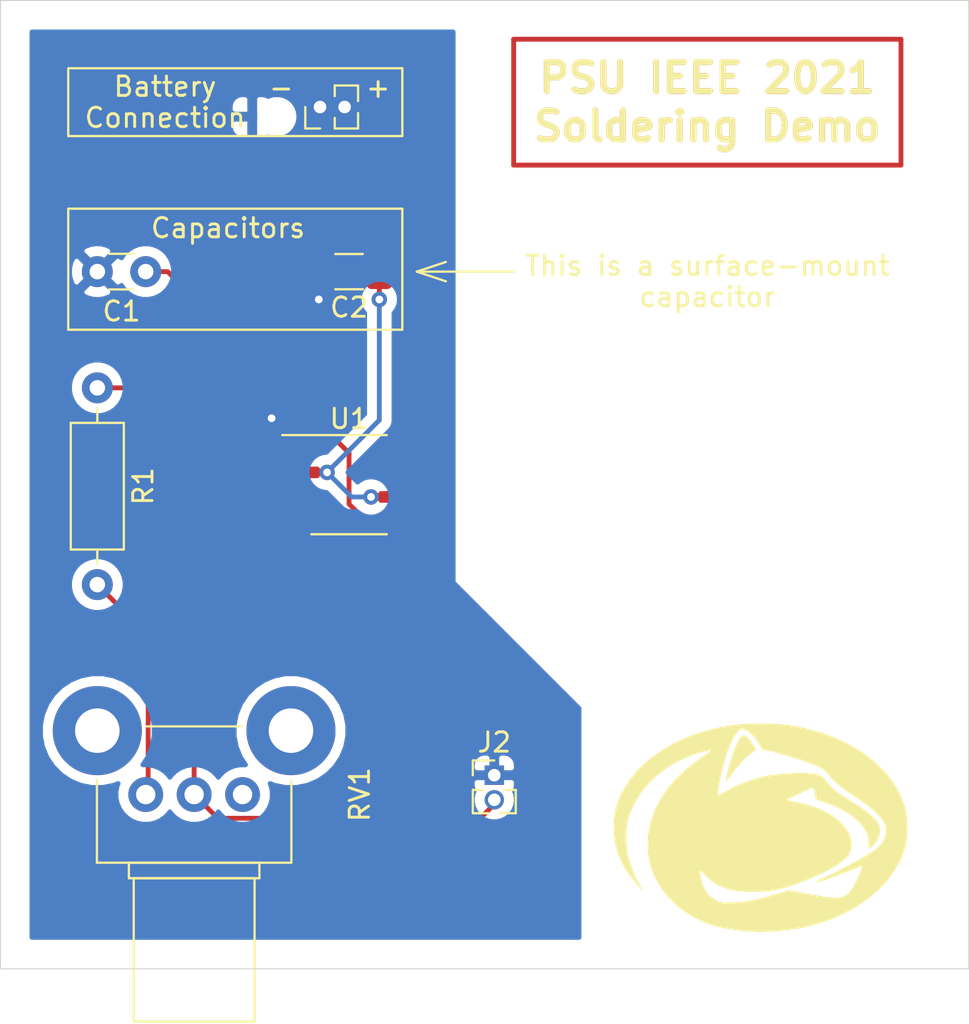
<source format=kicad_pcb>
(kicad_pcb (version 20171130) (host pcbnew "(5.1.9)-1")

  (general
    (thickness 1.6)
    (drawings 24)
    (tracks 53)
    (zones 0)
    (modules 8)
    (nets 9)
  )

  (page A4)
  (layers
    (0 F.Cu signal)
    (31 B.Cu signal)
    (32 B.Adhes user)
    (33 F.Adhes user)
    (34 B.Paste user)
    (35 F.Paste user)
    (36 B.SilkS user)
    (37 F.SilkS user)
    (38 B.Mask user)
    (39 F.Mask user)
    (40 Dwgs.User user)
    (41 Cmts.User user)
    (42 Eco1.User user)
    (43 Eco2.User user)
    (44 Edge.Cuts user)
    (45 Margin user)
    (46 B.CrtYd user)
    (47 F.CrtYd user)
    (48 B.Fab user)
    (49 F.Fab user)
  )

  (setup
    (last_trace_width 0.25)
    (user_trace_width 0.254)
    (trace_clearance 0.2)
    (zone_clearance 0.508)
    (zone_45_only no)
    (trace_min 0.2)
    (via_size 0.8)
    (via_drill 0.4)
    (via_min_size 0.4)
    (via_min_drill 0.3)
    (uvia_size 0.3)
    (uvia_drill 0.1)
    (uvias_allowed no)
    (uvia_min_size 0.2)
    (uvia_min_drill 0.1)
    (edge_width 0.05)
    (segment_width 0.2)
    (pcb_text_width 0.3)
    (pcb_text_size 1.5 1.5)
    (mod_edge_width 0.12)
    (mod_text_size 1 1)
    (mod_text_width 0.15)
    (pad_size 1.524 1.524)
    (pad_drill 0.762)
    (pad_to_mask_clearance 0)
    (aux_axis_origin 0 0)
    (visible_elements 7FFFFFFF)
    (pcbplotparams
      (layerselection 0x010fc_ffffffff)
      (usegerberextensions false)
      (usegerberattributes true)
      (usegerberadvancedattributes true)
      (creategerberjobfile true)
      (excludeedgelayer true)
      (linewidth 0.100000)
      (plotframeref false)
      (viasonmask false)
      (mode 1)
      (useauxorigin false)
      (hpglpennumber 1)
      (hpglpenspeed 20)
      (hpglpendiameter 15.000000)
      (psnegative false)
      (psa4output false)
      (plotreference true)
      (plotvalue true)
      (plotinvisibletext false)
      (padsonsilk false)
      (subtractmaskfromsilk false)
      (outputformat 1)
      (mirror false)
      (drillshape 0)
      (scaleselection 1)
      (outputdirectory "Soldering-Test-Gerbers/"))
  )

  (net 0 "")
  (net 1 GND)
  (net 2 "Net-(C1-Pad1)")
  (net 3 Trigger)
  (net 4 /Output)
  (net 5 "Net-(R1-Pad2)")
  (net 6 "Net-(RV1-Pad3)")
  (net 7 "Net-(U1-Pad7)")
  (net 8 /VCC)

  (net_class Default "This is the default net class."
    (clearance 0.2)
    (trace_width 0.25)
    (via_dia 0.8)
    (via_drill 0.4)
    (uvia_dia 0.3)
    (uvia_drill 0.1)
    (add_net /Output)
    (add_net /VCC)
    (add_net GND)
    (add_net "Net-(C1-Pad1)")
    (add_net "Net-(R1-Pad2)")
    (add_net "Net-(RV1-Pad3)")
    (add_net "Net-(U1-Pad7)")
    (add_net Trigger)
  )

  (module Connector_PinHeader_1.27mm:PinHeader_1x02_P1.27mm_Vertical (layer F.Cu) (tedit 59FED6E3) (tstamp 611B550E)
    (at 116.5 55.5 90)
    (descr "Through hole straight pin header, 1x02, 1.27mm pitch, single row")
    (tags "Through hole pin header THT 1x02 1.27mm single row")
    (path /6119E1AF)
    (fp_text reference J1 (at -1 -2 180) (layer F.SilkS) hide
      (effects (font (size 1 1) (thickness 0.15)))
    )
    (fp_text value BatteryTerminal (at 2.5 0.5 180) (layer F.Fab)
      (effects (font (size 1 1) (thickness 0.15)))
    )
    (fp_line (start -0.525 -0.635) (end 1.05 -0.635) (layer F.Fab) (width 0.1))
    (fp_line (start 1.05 -0.635) (end 1.05 1.905) (layer F.Fab) (width 0.1))
    (fp_line (start 1.05 1.905) (end -1.05 1.905) (layer F.Fab) (width 0.1))
    (fp_line (start -1.05 1.905) (end -1.05 -0.11) (layer F.Fab) (width 0.1))
    (fp_line (start -1.05 -0.11) (end -0.525 -0.635) (layer F.Fab) (width 0.1))
    (fp_line (start -1.11 1.965) (end -0.30753 1.965) (layer F.SilkS) (width 0.12))
    (fp_line (start 0.30753 1.965) (end 1.11 1.965) (layer F.SilkS) (width 0.12))
    (fp_line (start -1.11 0.76) (end -1.11 1.965) (layer F.SilkS) (width 0.12))
    (fp_line (start 1.11 0.76) (end 1.11 1.965) (layer F.SilkS) (width 0.12))
    (fp_line (start -1.11 0.76) (end -0.563471 0.76) (layer F.SilkS) (width 0.12))
    (fp_line (start 0.563471 0.76) (end 1.11 0.76) (layer F.SilkS) (width 0.12))
    (fp_line (start -1.11 0) (end -1.11 -0.76) (layer F.SilkS) (width 0.12))
    (fp_line (start -1.11 -0.76) (end 0 -0.76) (layer F.SilkS) (width 0.12))
    (fp_line (start -1.55 -1.15) (end -1.55 2.45) (layer F.CrtYd) (width 0.05))
    (fp_line (start -1.55 2.45) (end 1.55 2.45) (layer F.CrtYd) (width 0.05))
    (fp_line (start 1.55 2.45) (end 1.55 -1.15) (layer F.CrtYd) (width 0.05))
    (fp_line (start 1.55 -1.15) (end -1.55 -1.15) (layer F.CrtYd) (width 0.05))
    (fp_text user %R (at 0 0.635) (layer F.Fab)
      (effects (font (size 1 1) (thickness 0.15)))
    )
    (pad 2 thru_hole oval (at 0 1.27 90) (size 1 1) (drill 0.65) (layers *.Cu *.Mask)
      (net 8 /VCC))
    (pad 1 thru_hole rect (at 0 0 90) (size 1 1) (drill 0.65) (layers *.Cu *.Mask)
      (net 1 GND))
    (model ${KISYS3DMOD}/Connector_PinHeader_1.27mm.3dshapes/PinHeader_1x02_P1.27mm_Vertical.wrl
      (at (xyz 0 0 0))
      (scale (xyz 1 1 1))
      (rotate (xyz 0 0 0))
    )
  )

  (module Footprints:PSU_Logo (layer F.Cu) (tedit 611AF52B) (tstamp 611B5284)
    (at 139.5 93)
    (fp_text reference PSU (at 8.763 2.9845 180) (layer F.SilkS) hide
      (effects (font (size 1.524 1.524) (thickness 0.3)) (justify mirror))
    )
    (fp_text value LOGO (at 8.382 5.334 180) (layer F.SilkS) hide
      (effects (font (size 1.524 1.524) (thickness 0.3)) (justify mirror))
    )
    (fp_poly (pts (xy -1.018952 -5.018027) (xy -0.90773 -4.927925) (xy -0.768099 -4.765668) (xy -0.615447 -4.550773)
      (xy -0.490924 -4.348234) (xy -0.510457 -4.28807) (xy -0.608455 -4.203978) (xy -0.673802 -4.162618)
      (xy -0.904464 -3.992979) (xy -1.169651 -3.735915) (xy -1.463729 -3.397327) (xy -1.718027 -3.069002)
      (xy -1.846472 -2.900797) (xy -1.949515 -2.775466) (xy -2.01494 -2.707252) (xy -2.032 -2.702843)
      (xy -2.014505 -2.873182) (xy -1.966597 -3.114344) (xy -1.89515 -3.40264) (xy -1.807033 -3.714379)
      (xy -1.709118 -4.025874) (xy -1.608276 -4.313433) (xy -1.511377 -4.553369) (xy -1.469454 -4.64235)
      (xy -1.355479 -4.856445) (xy -1.265349 -4.988087) (xy -1.184931 -5.04906) (xy -1.100097 -5.051147)
      (xy -1.018952 -5.018027)) (layer F.SilkS) (width 0.01))
    (fp_poly (pts (xy 0.402299 -5.650259) (xy 0.833943 -5.625966) (xy 1.199044 -5.588794) (xy 1.27 -5.578527)
      (xy 2.137222 -5.40774) (xy 2.957235 -5.173582) (xy 3.724589 -4.879978) (xy 4.433836 -4.530853)
      (xy 5.07953 -4.130132) (xy 5.65622 -3.68174) (xy 6.158461 -3.189603) (xy 6.580802 -2.657645)
      (xy 6.917797 -2.089792) (xy 7.163997 -1.489969) (xy 7.223424 -1.289283) (xy 7.294395 -0.916042)
      (xy 7.328713 -0.486937) (xy 7.326379 -0.040862) (xy 7.287393 0.38329) (xy 7.223424 0.705082)
      (xy 7.00906 1.309953) (xy 6.701369 1.887125) (xy 6.305981 2.431928) (xy 5.828524 2.939694)
      (xy 5.274628 3.405752) (xy 4.649922 3.825434) (xy 3.960033 4.19407) (xy 3.210592 4.506993)
      (xy 2.407227 4.759532) (xy 2.302615 4.786794) (xy 1.702582 4.914325) (xy 1.04712 5.009393)
      (xy 0.37244 5.06885) (xy -0.285249 5.089549) (xy -0.889735 5.068342) (xy -0.9144 5.066409)
      (xy -1.318005 5.024911) (xy -1.738049 4.965902) (xy -2.143291 4.894743) (xy -2.502492 4.816794)
      (xy -2.729903 4.754944) (xy -3.377009 4.508275) (xy -3.975289 4.185719) (xy -4.515656 3.794809)
      (xy -4.989026 3.343075) (xy -5.386313 2.838048) (xy -5.693071 2.2987) (xy -5.857157 1.912042)
      (xy -3.367865 1.912042) (xy -3.335217 2.224402) (xy -3.2497 2.627696) (xy -3.086478 2.973049)
      (xy -2.850721 3.253594) (xy -2.5476 3.462464) (xy -2.337129 3.550003) (xy -2.181902 3.576239)
      (xy -1.949274 3.583824) (xy -1.661414 3.574328) (xy -1.340489 3.549322) (xy -1.008667 3.510374)
      (xy -0.688116 3.459055) (xy -0.495122 3.419541) (xy -0.186258 3.344691) (xy 0.157286 3.253873)
      (xy 0.483721 3.161071) (xy 0.64785 3.110883) (xy 1.193743 2.937644) (xy 2.129376 3.114839)
      (xy 2.615906 3.204308) (xy 3.015154 3.270117) (xy 3.338756 3.311794) (xy 3.598348 3.328863)
      (xy 3.805568 3.320853) (xy 3.972053 3.287289) (xy 4.109437 3.227697) (xy 4.22936 3.141605)
      (xy 4.343456 3.028538) (xy 4.347038 3.024583) (xy 4.465612 2.86568) (xy 4.599704 2.643595)
      (xy 4.733158 2.390174) (xy 4.849817 2.137258) (xy 4.933525 1.916691) (xy 4.960907 1.814661)
      (xy 4.977636 1.707009) (xy 4.956913 1.678718) (xy 4.885401 1.709896) (xy 4.788908 1.754213)
      (xy 4.621029 1.82388) (xy 4.398864 1.912436) (xy 4.139513 2.013421) (xy 3.860078 2.120373)
      (xy 3.577659 2.226832) (xy 3.309357 2.326337) (xy 3.072273 2.412427) (xy 2.883507 2.47864)
      (xy 2.760161 2.518516) (xy 2.721892 2.5273) (xy 2.646824 2.512675) (xy 2.668569 2.468737)
      (xy 2.787249 2.395391) (xy 3.002983 2.292541) (xy 3.035355 2.278231) (xy 3.335517 2.140148)
      (xy 3.676851 1.972693) (xy 4.04221 1.785264) (xy 4.414443 1.587258) (xy 4.776403 1.388073)
      (xy 5.110941 1.197105) (xy 5.400907 1.023753) (xy 5.629155 0.877413) (xy 5.750151 0.790545)
      (xy 5.980289 0.554356) (xy 6.139005 0.272323) (xy 6.218168 -0.033278) (xy 6.209648 -0.340168)
      (xy 6.191615 -0.419071) (xy 6.093594 -0.624712) (xy 5.905615 -0.863859) (xy 5.63207 -1.132328)
      (xy 5.277354 -1.425937) (xy 4.845859 -1.740501) (xy 4.699 -1.840406) (xy 4.356324 -2.071201)
      (xy 4.086483 -2.256719) (xy 3.87709 -2.407001) (xy 3.715759 -2.532088) (xy 3.590104 -2.64202)
      (xy 3.48774 -2.74684) (xy 3.39628 -2.856587) (xy 3.319954 -2.958369) (xy 3.115253 -3.19811)
      (xy 2.900214 -3.36095) (xy 2.846346 -3.390117) (xy 2.653038 -3.47751) (xy 2.393241 -3.579741)
      (xy 2.084425 -3.69137) (xy 1.744059 -3.806954) (xy 1.389614 -3.92105) (xy 1.038558 -4.028218)
      (xy 0.708361 -4.123015) (xy 0.416493 -4.2) (xy 0.180423 -4.25373) (xy 0.017622 -4.278763)
      (xy -0.010038 -4.2799) (xy -0.093425 -4.304153) (xy -0.180742 -4.387798) (xy -0.288404 -4.547169)
      (xy -0.302977 -4.571333) (xy -0.511284 -4.880838) (xy -0.721538 -5.121074) (xy -0.925503 -5.285779)
      (xy -1.114945 -5.368688) (xy -1.281629 -5.363539) (xy -1.321722 -5.346207) (xy -1.439736 -5.242316)
      (xy -1.573741 -5.055321) (xy -1.714509 -4.800541) (xy -1.852811 -4.493291) (xy -1.886306 -4.409079)
      (xy -1.989522 -4.115032) (xy -2.096026 -3.763745) (xy -2.19852 -3.384224) (xy -2.289707 -3.005475)
      (xy -2.362288 -2.656501) (xy -2.408967 -2.366307) (xy -2.415973 -2.303932) (xy -2.452951 -1.928665)
      (xy -2.229776 -2.06533) (xy -1.634978 -2.392141) (xy -1.013233 -2.656597) (xy -0.335867 -2.870235)
      (xy -0.0508 -2.942183) (xy 0.241494 -2.997567) (xy 0.596711 -3.043258) (xy 0.989883 -3.078067)
      (xy 1.396043 -3.100801) (xy 1.790221 -3.110269) (xy 2.147452 -3.105281) (xy 2.442767 -3.084645)
      (xy 2.5654 -3.067001) (xy 2.694052 -3.041334) (xy 2.795173 -3.009889) (xy 2.885481 -2.95949)
      (xy 2.981694 -2.876962) (xy 3.100533 -2.749129) (xy 3.258717 -2.562815) (xy 3.360325 -2.44055)
      (xy 3.501205 -2.302941) (xy 3.722375 -2.129571) (xy 4.012624 -1.92884) (xy 4.223925 -1.79335)
      (xy 4.672218 -1.507726) (xy 5.03782 -1.261131) (xy 5.328494 -1.046329) (xy 5.552003 -0.856084)
      (xy 5.716112 -0.68316) (xy 5.828584 -0.520321) (xy 5.897183 -0.360332) (xy 5.928789 -0.204353)
      (xy 5.910986 0.013769) (xy 5.825859 0.254988) (xy 5.689941 0.485041) (xy 5.519766 0.669664)
      (xy 5.4991 0.686163) (xy 5.334 0.81312) (xy 5.334 0.536259) (xy 5.299644 0.194561)
      (xy 5.18992 -0.111184) (xy 4.994838 -0.404885) (xy 4.891167 -0.523811) (xy 4.511557 -0.864957)
      (xy 4.037269 -1.170884) (xy 3.469082 -1.441158) (xy 2.84181 -1.66488) (xy 2.683678 -1.717543)
      (xy 2.601972 -1.76235) (xy 2.575213 -1.818599) (xy 2.58098 -1.899225) (xy 2.57878 -2.026851)
      (xy 2.547915 -2.168021) (xy 2.499933 -2.286863) (xy 2.446386 -2.347511) (xy 2.435993 -2.3495)
      (xy 2.37775 -2.32891) (xy 2.245204 -2.272281) (xy 2.05575 -2.18733) (xy 1.82678 -2.081774)
      (xy 1.725412 -2.034281) (xy 1.055712 -1.719061) (xy 1.607356 -1.603976) (xy 2.213409 -1.456849)
      (xy 2.732359 -1.284517) (xy 3.176796 -1.081361) (xy 3.559309 -0.841762) (xy 3.845106 -0.605305)
      (xy 4.125307 -0.296233) (xy 4.323094 0.025629) (xy 4.434602 0.349551) (xy 4.455963 0.664799)
      (xy 4.397086 0.92661) (xy 4.270282 1.150687) (xy 4.058692 1.376968) (xy 3.759358 1.607363)
      (xy 3.36932 1.84378) (xy 2.885619 2.088129) (xy 2.305296 2.34232) (xy 2.032551 2.452271)
      (xy 1.545792 2.63673) (xy 1.12469 2.777927) (xy 0.745833 2.881487) (xy 0.385813 2.953034)
      (xy 0.021219 2.998193) (xy -0.335124 3.021133) (xy -0.957346 3.024236) (xy -1.500085 2.975754)
      (xy -1.972958 2.872925) (xy -2.385582 2.712987) (xy -2.747574 2.493176) (xy -3.033957 2.24595)
      (xy -3.367865 1.912042) (xy -5.857157 1.912042) (xy -5.861863 1.900954) (xy -5.975685 1.528353)
      (xy -6.045671 1.136815) (xy -6.077917 0.7747) (xy -6.066082 0.135726) (xy -5.955447 -0.495865)
      (xy -5.74877 -1.115432) (xy -5.448816 -1.718331) (xy -5.058343 -2.299921) (xy -4.580115 -2.85556)
      (xy -4.016892 -3.380605) (xy -3.371436 -3.870414) (xy -3.2766 -3.934621) (xy -3.088043 -4.061306)
      (xy -2.932318 -4.167383) (xy -2.827969 -4.240128) (xy -2.794 -4.265718) (xy -2.810348 -4.281367)
      (xy -2.904916 -4.271988) (xy -3.058622 -4.241798) (xy -3.252387 -4.195015) (xy -3.467129 -4.135855)
      (xy -3.678957 -4.070128) (xy -4.336243 -3.807037) (xy -4.946813 -3.470989) (xy -5.502481 -3.070016)
      (xy -5.995062 -2.61215) (xy -6.416368 -2.105421) (xy -6.758215 -1.557863) (xy -7.012417 -0.977505)
      (xy -7.092438 -0.720962) (xy -7.14499 -0.445384) (xy -7.175417 -0.104107) (xy -7.183666 0.269396)
      (xy -7.169683 0.641651) (xy -7.133417 0.979184) (xy -7.095424 1.17413) (xy -6.976245 1.576089)
      (xy -6.817935 1.995155) (xy -6.638596 2.386291) (xy -6.523336 2.597465) (xy -6.437604 2.749156)
      (xy -6.380956 2.863007) (xy -6.365285 2.915048) (xy -6.365586 2.915418) (xy -6.405242 2.889282)
      (xy -6.492929 2.802719) (xy -6.611322 2.673088) (xy -6.638435 2.642053) (xy -7.046104 2.129107)
      (xy -7.362378 1.630926) (xy -7.593162 1.133033) (xy -7.744363 0.620952) (xy -7.821886 0.08021)
      (xy -7.835564 -0.2921) (xy -7.816086 -0.774198) (xy -7.751792 -1.198012) (xy -7.633894 -1.600258)
      (xy -7.453603 -2.017651) (xy -7.394354 -2.135256) (xy -7.030406 -2.73064) (xy -6.578798 -3.281945)
      (xy -6.044931 -3.785859) (xy -5.434206 -4.239072) (xy -4.752026 -4.638271) (xy -4.003791 -4.980145)
      (xy -3.194904 -5.261382) (xy -2.330766 -5.478671) (xy -1.778 -5.578527) (xy -1.431953 -5.618633)
      (xy -1.013012 -5.645859) (xy -0.549066 -5.660205) (xy -0.067999 -5.661672) (xy 0.402299 -5.650259)) (layer F.SilkS) (width 0.01))
  )

  (module Capacitor_SMD:C_1206_3216Metric_Pad1.33x1.80mm_HandSolder (layer F.Cu) (tedit 5F68FEEF) (tstamp 611AE48B)
    (at 118 64 180)
    (descr "Capacitor SMD 1206 (3216 Metric), square (rectangular) end terminal, IPC_7351 nominal with elongated pad for handsoldering. (Body size source: IPC-SM-782 page 76, https://www.pcb-3d.com/wordpress/wp-content/uploads/ipc-sm-782a_amendment_1_and_2.pdf), generated with kicad-footprint-generator")
    (tags "capacitor handsolder")
    (path /611AD330)
    (attr smd)
    (fp_text reference C2 (at 0 -1.85) (layer F.SilkS)
      (effects (font (size 1 1) (thickness 0.15)))
    )
    (fp_text value 220nF (at 0 1.85) (layer F.Fab)
      (effects (font (size 1 1) (thickness 0.15)))
    )
    (fp_line (start -1.6 0.8) (end -1.6 -0.8) (layer F.Fab) (width 0.1))
    (fp_line (start -1.6 -0.8) (end 1.6 -0.8) (layer F.Fab) (width 0.1))
    (fp_line (start 1.6 -0.8) (end 1.6 0.8) (layer F.Fab) (width 0.1))
    (fp_line (start 1.6 0.8) (end -1.6 0.8) (layer F.Fab) (width 0.1))
    (fp_line (start -0.711252 -0.91) (end 0.711252 -0.91) (layer F.SilkS) (width 0.12))
    (fp_line (start -0.711252 0.91) (end 0.711252 0.91) (layer F.SilkS) (width 0.12))
    (fp_line (start -2.48 1.15) (end -2.48 -1.15) (layer F.CrtYd) (width 0.05))
    (fp_line (start -2.48 -1.15) (end 2.48 -1.15) (layer F.CrtYd) (width 0.05))
    (fp_line (start 2.48 -1.15) (end 2.48 1.15) (layer F.CrtYd) (width 0.05))
    (fp_line (start 2.48 1.15) (end -2.48 1.15) (layer F.CrtYd) (width 0.05))
    (fp_text user %R (at 0 0) (layer F.Fab)
      (effects (font (size 0.8 0.8) (thickness 0.12)))
    )
    (pad 2 smd roundrect (at 1.5625 0 180) (size 1.325 1.8) (layers F.Cu F.Paste F.Mask) (roundrect_rratio 0.1886784905660377)
      (net 1 GND))
    (pad 1 smd roundrect (at -1.5625 0 180) (size 1.325 1.8) (layers F.Cu F.Paste F.Mask) (roundrect_rratio 0.1886784905660377)
      (net 3 Trigger))
    (model ${KISYS3DMOD}/Capacitor_SMD.3dshapes/C_1206_3216Metric.wrl
      (at (xyz 0 0 0))
      (scale (xyz 1 1 1))
      (rotate (xyz 0 0 0))
    )
  )

  (module Connector_PinHeader_1.27mm:PinHeader_1x02_P1.27mm_Vertical (layer F.Cu) (tedit 59FED6E3) (tstamp 611AE4BB)
    (at 125.5 90)
    (descr "Through hole straight pin header, 1x02, 1.27mm pitch, single row")
    (tags "Through hole pin header THT 1x02 1.27mm single row")
    (path /611B6206)
    (fp_text reference J2 (at 0 -1.695) (layer F.SilkS)
      (effects (font (size 1 1) (thickness 0.15)))
    )
    (fp_text value Output (at 0 2.965) (layer F.Fab)
      (effects (font (size 1 1) (thickness 0.15)))
    )
    (fp_line (start -0.525 -0.635) (end 1.05 -0.635) (layer F.Fab) (width 0.1))
    (fp_line (start 1.05 -0.635) (end 1.05 1.905) (layer F.Fab) (width 0.1))
    (fp_line (start 1.05 1.905) (end -1.05 1.905) (layer F.Fab) (width 0.1))
    (fp_line (start -1.05 1.905) (end -1.05 -0.11) (layer F.Fab) (width 0.1))
    (fp_line (start -1.05 -0.11) (end -0.525 -0.635) (layer F.Fab) (width 0.1))
    (fp_line (start -1.11 1.965) (end -0.30753 1.965) (layer F.SilkS) (width 0.12))
    (fp_line (start 0.30753 1.965) (end 1.11 1.965) (layer F.SilkS) (width 0.12))
    (fp_line (start -1.11 0.76) (end -1.11 1.965) (layer F.SilkS) (width 0.12))
    (fp_line (start 1.11 0.76) (end 1.11 1.965) (layer F.SilkS) (width 0.12))
    (fp_line (start -1.11 0.76) (end -0.563471 0.76) (layer F.SilkS) (width 0.12))
    (fp_line (start 0.563471 0.76) (end 1.11 0.76) (layer F.SilkS) (width 0.12))
    (fp_line (start -1.11 0) (end -1.11 -0.76) (layer F.SilkS) (width 0.12))
    (fp_line (start -1.11 -0.76) (end 0 -0.76) (layer F.SilkS) (width 0.12))
    (fp_line (start -1.55 -1.15) (end -1.55 2.45) (layer F.CrtYd) (width 0.05))
    (fp_line (start -1.55 2.45) (end 1.55 2.45) (layer F.CrtYd) (width 0.05))
    (fp_line (start 1.55 2.45) (end 1.55 -1.15) (layer F.CrtYd) (width 0.05))
    (fp_line (start 1.55 -1.15) (end -1.55 -1.15) (layer F.CrtYd) (width 0.05))
    (fp_text user %R (at 0 0.635 90) (layer F.Fab)
      (effects (font (size 1 1) (thickness 0.15)))
    )
    (pad 2 thru_hole oval (at 0 1.27) (size 1 1) (drill 0.65) (layers *.Cu *.Mask)
      (net 4 /Output))
    (pad 1 thru_hole rect (at 0 0) (size 1 1) (drill 0.65) (layers *.Cu *.Mask)
      (net 1 GND))
    (model ${KISYS3DMOD}/Connector_PinHeader_1.27mm.3dshapes/PinHeader_1x02_P1.27mm_Vertical.wrl
      (at (xyz 0 0 0))
      (scale (xyz 1 1 1))
      (rotate (xyz 0 0 0))
    )
  )

  (module Resistor_THT:R_Axial_DIN0207_L6.3mm_D2.5mm_P10.16mm_Horizontal (layer F.Cu) (tedit 5AE5139B) (tstamp 611AE4D2)
    (at 105 70 270)
    (descr "Resistor, Axial_DIN0207 series, Axial, Horizontal, pin pitch=10.16mm, 0.25W = 1/4W, length*diameter=6.3*2.5mm^2, http://cdn-reichelt.de/documents/datenblatt/B400/1_4W%23YAG.pdf")
    (tags "Resistor Axial_DIN0207 series Axial Horizontal pin pitch 10.16mm 0.25W = 1/4W length 6.3mm diameter 2.5mm")
    (path /611ABC52)
    (fp_text reference R1 (at 5.08 -2.37 90) (layer F.SilkS)
      (effects (font (size 1 1) (thickness 0.15)))
    )
    (fp_text value 1k (at 5.08 2.37 90) (layer F.Fab)
      (effects (font (size 1 1) (thickness 0.15)))
    )
    (fp_line (start 1.93 -1.25) (end 1.93 1.25) (layer F.Fab) (width 0.1))
    (fp_line (start 1.93 1.25) (end 8.23 1.25) (layer F.Fab) (width 0.1))
    (fp_line (start 8.23 1.25) (end 8.23 -1.25) (layer F.Fab) (width 0.1))
    (fp_line (start 8.23 -1.25) (end 1.93 -1.25) (layer F.Fab) (width 0.1))
    (fp_line (start 0 0) (end 1.93 0) (layer F.Fab) (width 0.1))
    (fp_line (start 10.16 0) (end 8.23 0) (layer F.Fab) (width 0.1))
    (fp_line (start 1.81 -1.37) (end 1.81 1.37) (layer F.SilkS) (width 0.12))
    (fp_line (start 1.81 1.37) (end 8.35 1.37) (layer F.SilkS) (width 0.12))
    (fp_line (start 8.35 1.37) (end 8.35 -1.37) (layer F.SilkS) (width 0.12))
    (fp_line (start 8.35 -1.37) (end 1.81 -1.37) (layer F.SilkS) (width 0.12))
    (fp_line (start 1.04 0) (end 1.81 0) (layer F.SilkS) (width 0.12))
    (fp_line (start 9.12 0) (end 8.35 0) (layer F.SilkS) (width 0.12))
    (fp_line (start -1.05 -1.5) (end -1.05 1.5) (layer F.CrtYd) (width 0.05))
    (fp_line (start -1.05 1.5) (end 11.21 1.5) (layer F.CrtYd) (width 0.05))
    (fp_line (start 11.21 1.5) (end 11.21 -1.5) (layer F.CrtYd) (width 0.05))
    (fp_line (start 11.21 -1.5) (end -1.05 -1.5) (layer F.CrtYd) (width 0.05))
    (fp_text user %R (at 5.08 0 90) (layer F.Fab)
      (effects (font (size 1 1) (thickness 0.15)))
    )
    (pad 2 thru_hole oval (at 10.16 0 270) (size 1.6 1.6) (drill 0.8) (layers *.Cu *.Mask)
      (net 5 "Net-(R1-Pad2)"))
    (pad 1 thru_hole circle (at 0 0 270) (size 1.6 1.6) (drill 0.8) (layers *.Cu *.Mask)
      (net 3 Trigger))
    (model ${KISYS3DMOD}/Resistor_THT.3dshapes/R_Axial_DIN0207_L6.3mm_D2.5mm_P10.16mm_Horizontal.wrl
      (at (xyz 0 0 0))
      (scale (xyz 1 1 1))
      (rotate (xyz 0 0 0))
    )
  )

  (module Potentiometer_THT:Potentiometer_Alps_RK09K_Single_Horizontal (layer F.Cu) (tedit 5A3D4993) (tstamp 611AE610)
    (at 107.5 91 270)
    (descr "Potentiometer, horizontal, Alps RK09K Single, http://www.alps.com/prod/info/E/HTML/Potentiometer/RotaryPotentiometers/RK09K/RK09K_list.html")
    (tags "Potentiometer horizontal Alps RK09K Single")
    (path /611B0A6F)
    (fp_text reference RV1 (at 0 -11.05 90) (layer F.SilkS)
      (effects (font (size 1 1) (thickness 0.15)))
    )
    (fp_text value 10k (at 0 6.05 90) (layer F.Fab)
      (effects (font (size 1 1) (thickness 0.15)))
    )
    (fp_line (start -3.4 -7.4) (end -3.4 2.4) (layer F.Fab) (width 0.1))
    (fp_line (start -3.4 2.4) (end 3.4 2.4) (layer F.Fab) (width 0.1))
    (fp_line (start 3.4 2.4) (end 3.4 -7.4) (layer F.Fab) (width 0.1))
    (fp_line (start 3.4 -7.4) (end -3.4 -7.4) (layer F.Fab) (width 0.1))
    (fp_line (start 3.4 -5.75) (end 3.4 0.75) (layer F.Fab) (width 0.1))
    (fp_line (start 3.4 0.75) (end 4.2 0.75) (layer F.Fab) (width 0.1))
    (fp_line (start 4.2 0.75) (end 4.2 -5.75) (layer F.Fab) (width 0.1))
    (fp_line (start 4.2 -5.75) (end 3.4 -5.75) (layer F.Fab) (width 0.1))
    (fp_line (start 4.2 -5.5) (end 4.2 0.5) (layer F.Fab) (width 0.1))
    (fp_line (start 4.2 0.5) (end 11.6 0.5) (layer F.Fab) (width 0.1))
    (fp_line (start 11.6 0.5) (end 11.6 -5.5) (layer F.Fab) (width 0.1))
    (fp_line (start 11.6 -5.5) (end 4.2 -5.5) (layer F.Fab) (width 0.1))
    (fp_line (start -0.745 -7.521) (end 3.52 -7.521) (layer F.SilkS) (width 0.12))
    (fp_line (start -0.745 2.52) (end 3.52 2.52) (layer F.SilkS) (width 0.12))
    (fp_line (start -3.52 -4.944) (end -3.52 -0.055) (layer F.SilkS) (width 0.12))
    (fp_line (start 3.52 -7.521) (end 3.52 2.52) (layer F.SilkS) (width 0.12))
    (fp_line (start 3.52 -5.87) (end 4.32 -5.87) (layer F.SilkS) (width 0.12))
    (fp_line (start 3.52 0.87) (end 4.32 0.87) (layer F.SilkS) (width 0.12))
    (fp_line (start 3.52 -5.87) (end 3.52 0.87) (layer F.SilkS) (width 0.12))
    (fp_line (start 4.32 -5.87) (end 4.32 0.87) (layer F.SilkS) (width 0.12))
    (fp_line (start 4.32 -5.62) (end 11.72 -5.62) (layer F.SilkS) (width 0.12))
    (fp_line (start 4.32 0.62) (end 11.72 0.62) (layer F.SilkS) (width 0.12))
    (fp_line (start 4.32 -5.62) (end 4.32 0.62) (layer F.SilkS) (width 0.12))
    (fp_line (start 11.72 -5.62) (end 11.72 0.62) (layer F.SilkS) (width 0.12))
    (fp_line (start -5.85 -10.05) (end -5.85 5.1) (layer F.CrtYd) (width 0.05))
    (fp_line (start -5.85 5.1) (end 11.85 5.1) (layer F.CrtYd) (width 0.05))
    (fp_line (start 11.85 5.1) (end 11.85 -10.05) (layer F.CrtYd) (width 0.05))
    (fp_line (start 11.85 -10.05) (end -5.85 -10.05) (layer F.CrtYd) (width 0.05))
    (fp_text user %R (at -6.05 -2.5 90) (layer F.Fab)
      (effects (font (size 1 1) (thickness 0.15)))
    )
    (pad "" thru_hole circle (at -3.3 2.5 270) (size 4.6 4.6) (drill 2.3) (layers *.Cu *.Mask))
    (pad "" thru_hole circle (at -3.3 -7.5 270) (size 4.6 4.6) (drill 2.3) (layers *.Cu *.Mask))
    (pad 1 thru_hole circle (at 0 0 270) (size 1.8 1.8) (drill 1) (layers *.Cu *.Mask)
      (net 5 "Net-(R1-Pad2)"))
    (pad 2 thru_hole circle (at 0 -2.5 270) (size 1.8 1.8) (drill 1) (layers *.Cu *.Mask)
      (net 4 /Output))
    (pad 3 thru_hole circle (at 0 -5 270) (size 1.8 1.8) (drill 1) (layers *.Cu *.Mask)
      (net 6 "Net-(RV1-Pad3)"))
    (model ${KISYS3DMOD}/Potentiometer_THT.3dshapes/Potentiometer_Alps_RK09K_Single_Horizontal.wrl
      (at (xyz 0 0 0))
      (scale (xyz 1 1 1))
      (rotate (xyz 0 0 0))
    )
  )

  (module Capacitor_THT:C_Disc_D3.0mm_W1.6mm_P2.50mm (layer F.Cu) (tedit 5AE50EF0) (tstamp 611AE47A)
    (at 107.5 64 180)
    (descr "C, Disc series, Radial, pin pitch=2.50mm, , diameter*width=3.0*1.6mm^2, Capacitor, http://www.vishay.com/docs/45233/krseries.pdf")
    (tags "C Disc series Radial pin pitch 2.50mm  diameter 3.0mm width 1.6mm Capacitor")
    (path /611ADFE4)
    (fp_text reference C1 (at 1.25 -2.05) (layer F.SilkS)
      (effects (font (size 1 1) (thickness 0.15)))
    )
    (fp_text value 100nF (at 1.25 1.75) (layer F.Fab)
      (effects (font (size 1 1) (thickness 0.15)))
    )
    (fp_line (start -0.25 -0.8) (end -0.25 0.8) (layer F.Fab) (width 0.1))
    (fp_line (start -0.25 0.8) (end 2.75 0.8) (layer F.Fab) (width 0.1))
    (fp_line (start 2.75 0.8) (end 2.75 -0.8) (layer F.Fab) (width 0.1))
    (fp_line (start 2.75 -0.8) (end -0.25 -0.8) (layer F.Fab) (width 0.1))
    (fp_line (start 0.621 -0.92) (end 1.879 -0.92) (layer F.SilkS) (width 0.12))
    (fp_line (start 0.621 0.92) (end 1.879 0.92) (layer F.SilkS) (width 0.12))
    (fp_line (start -1.05 -1.05) (end -1.05 1.05) (layer F.CrtYd) (width 0.05))
    (fp_line (start -1.05 1.05) (end 3.55 1.05) (layer F.CrtYd) (width 0.05))
    (fp_line (start 3.55 1.05) (end 3.55 -1.05) (layer F.CrtYd) (width 0.05))
    (fp_line (start 3.55 -1.05) (end -1.05 -1.05) (layer F.CrtYd) (width 0.05))
    (fp_text user %R (at 1.5 0) (layer F.Fab)
      (effects (font (size 0.6 0.6) (thickness 0.09)))
    )
    (pad 2 thru_hole circle (at 2.5 0 180) (size 1.6 1.6) (drill 0.8) (layers *.Cu *.Mask)
      (net 1 GND))
    (pad 1 thru_hole circle (at 0 0 180) (size 1.6 1.6) (drill 0.8) (layers *.Cu *.Mask)
      (net 2 "Net-(C1-Pad1)"))
    (model ${KISYS3DMOD}/Capacitor_THT.3dshapes/C_Disc_D3.0mm_W1.6mm_P2.50mm.wrl
      (at (xyz 0 0 0))
      (scale (xyz 1 1 1))
      (rotate (xyz 0 0 0))
    )
  )

  (module Package_SO:SOIC-8_3.9x4.9mm_P1.27mm (layer F.Cu) (tedit 5D9F72B1) (tstamp 611AE512)
    (at 118 75)
    (descr "SOIC, 8 Pin (JEDEC MS-012AA, https://www.analog.com/media/en/package-pcb-resources/package/pkg_pdf/soic_narrow-r/r_8.pdf), generated with kicad-footprint-generator ipc_gullwing_generator.py")
    (tags "SOIC SO")
    (path /6119CD20)
    (attr smd)
    (fp_text reference U1 (at 0 -3.4) (layer F.SilkS)
      (effects (font (size 1 1) (thickness 0.15)))
    )
    (fp_text value LM555xM (at 0 3.4) (layer F.Fab)
      (effects (font (size 1 1) (thickness 0.15)))
    )
    (fp_line (start 0 2.56) (end 1.95 2.56) (layer F.SilkS) (width 0.12))
    (fp_line (start 0 2.56) (end -1.95 2.56) (layer F.SilkS) (width 0.12))
    (fp_line (start 0 -2.56) (end 1.95 -2.56) (layer F.SilkS) (width 0.12))
    (fp_line (start 0 -2.56) (end -3.45 -2.56) (layer F.SilkS) (width 0.12))
    (fp_line (start -0.975 -2.45) (end 1.95 -2.45) (layer F.Fab) (width 0.1))
    (fp_line (start 1.95 -2.45) (end 1.95 2.45) (layer F.Fab) (width 0.1))
    (fp_line (start 1.95 2.45) (end -1.95 2.45) (layer F.Fab) (width 0.1))
    (fp_line (start -1.95 2.45) (end -1.95 -1.475) (layer F.Fab) (width 0.1))
    (fp_line (start -1.95 -1.475) (end -0.975 -2.45) (layer F.Fab) (width 0.1))
    (fp_line (start -3.7 -2.7) (end -3.7 2.7) (layer F.CrtYd) (width 0.05))
    (fp_line (start -3.7 2.7) (end 3.7 2.7) (layer F.CrtYd) (width 0.05))
    (fp_line (start 3.7 2.7) (end 3.7 -2.7) (layer F.CrtYd) (width 0.05))
    (fp_line (start 3.7 -2.7) (end -3.7 -2.7) (layer F.CrtYd) (width 0.05))
    (fp_text user %R (at 0 0) (layer F.Fab)
      (effects (font (size 0.98 0.98) (thickness 0.15)))
    )
    (pad 8 smd roundrect (at 2.475 -1.905) (size 1.95 0.6) (layers F.Cu F.Paste F.Mask) (roundrect_rratio 0.25)
      (net 8 /VCC))
    (pad 7 smd roundrect (at 2.475 -0.635) (size 1.95 0.6) (layers F.Cu F.Paste F.Mask) (roundrect_rratio 0.25)
      (net 7 "Net-(U1-Pad7)"))
    (pad 6 smd roundrect (at 2.475 0.635) (size 1.95 0.6) (layers F.Cu F.Paste F.Mask) (roundrect_rratio 0.25)
      (net 3 Trigger))
    (pad 5 smd roundrect (at 2.475 1.905) (size 1.95 0.6) (layers F.Cu F.Paste F.Mask) (roundrect_rratio 0.25)
      (net 2 "Net-(C1-Pad1)"))
    (pad 4 smd roundrect (at -2.475 1.905) (size 1.95 0.6) (layers F.Cu F.Paste F.Mask) (roundrect_rratio 0.25)
      (net 8 /VCC))
    (pad 3 smd roundrect (at -2.475 0.635) (size 1.95 0.6) (layers F.Cu F.Paste F.Mask) (roundrect_rratio 0.25)
      (net 4 /Output))
    (pad 2 smd roundrect (at -2.475 -0.635) (size 1.95 0.6) (layers F.Cu F.Paste F.Mask) (roundrect_rratio 0.25)
      (net 3 Trigger))
    (pad 1 smd roundrect (at -2.475 -1.905) (size 1.95 0.6) (layers F.Cu F.Paste F.Mask) (roundrect_rratio 0.25)
      (net 1 GND))
    (model ${KISYS3DMOD}/Package_SO.3dshapes/SOIC-8_3.9x4.9mm_P1.27mm.wrl
      (at (xyz 0 0 0))
      (scale (xyz 1 1 1))
      (rotate (xyz 0 0 0))
    )
  )

  (gr_line (start 103.5 53.5) (end 103.5 57) (layer F.SilkS) (width 0.12) (tstamp 611B55A4))
  (gr_line (start 120.75 57) (end 120.75 53.5) (layer F.SilkS) (width 0.12))
  (gr_line (start 103.5 57) (end 120.75 57) (layer F.SilkS) (width 0.12))
  (gr_line (start 120.75 53.5) (end 103.5 53.5) (layer F.SilkS) (width 0.12))
  (gr_text "Battery\nConnection" (at 108.5 55.25) (layer F.SilkS)
    (effects (font (size 1 1) (thickness 0.15)))
  )
  (gr_text + (at 119.5 54.5) (layer F.SilkS)
    (effects (font (size 1 1) (thickness 0.15)))
  )
  (gr_text - (at 114.5 54.5) (layer F.SilkS)
    (effects (font (size 1 1) (thickness 0.15)))
  )
  (gr_line (start 120.75 60.75) (end 103.5 60.75) (layer F.SilkS) (width 0.12) (tstamp 611B5601))
  (gr_line (start 120.75 67) (end 120.75 60.75) (layer F.SilkS) (width 0.12))
  (gr_line (start 103.5 67) (end 120.75 67) (layer F.SilkS) (width 0.12))
  (gr_line (start 103.5 60.75) (end 103.5 67) (layer F.SilkS) (width 0.12))
  (gr_text Capacitors (at 111.75 61.75) (layer F.SilkS)
    (effects (font (size 1 1) (thickness 0.15)))
  )
  (gr_text "This is a surface-mount\ncapacitor" (at 136.5 64.5) (layer F.SilkS)
    (effects (font (size 1 1) (thickness 0.15)))
  )
  (gr_line (start 121.5 64) (end 123 64.5) (layer F.SilkS) (width 0.12))
  (gr_line (start 121.5 64) (end 123 63.5) (layer F.SilkS) (width 0.12))
  (gr_line (start 121.5 64) (end 126.5 64) (layer F.SilkS) (width 0.12))
  (gr_text "Soldering Demo" (at 136.5 56.5) (layer F.Cu) (tstamp 611B506C)
    (effects (font (size 1.5 1.5) (thickness 0.3)))
  )
  (gr_text "Soldering Demo" (at 136.5 56.5) (layer F.SilkS) (tstamp 611B506B)
    (effects (font (size 1.5 1.5) (thickness 0.29972)))
  )
  (gr_text "PSU IEEE 2021" (at 136.5 54) (layer F.SilkS)
    (effects (font (size 1.5 1.5) (thickness 0.29972)))
  )
  (gr_text "PSU IEEE 2021" (at 136.5 54) (layer F.Cu)
    (effects (font (size 1.5 1.5) (thickness 0.3)))
  )
  (gr_line (start 150 100) (end 100 100) (layer Edge.Cuts) (width 0.05) (tstamp 611AE5C4))
  (gr_line (start 150 50) (end 150 100) (layer Edge.Cuts) (width 0.05))
  (gr_line (start 100 100) (end 100 50) (layer Edge.Cuts) (width 0.05) (tstamp 611ABE0F))
  (gr_line (start 100 50) (end 150 50) (layer Edge.Cuts) (width 0.05))

  (segment (start 146.5 52) (end 126.5 52) (width 0.25) (layer F.Cu) (net 0))
  (segment (start 146.5 58.5) (end 146.5 52) (width 0.25) (layer F.Cu) (net 0))
  (segment (start 126.5 58.5) (end 146.5 58.5) (width 0.25) (layer F.Cu) (net 0))
  (segment (start 126.5 52) (end 126.5 58.5) (width 0.25) (layer F.Cu) (net 0))
  (segment (start 115.525 73.095) (end 114 71.57) (width 0.25) (layer F.Cu) (net 1))
  (segment (start 116.4375 64) (end 116.4375 65.4375) (width 0.25) (layer F.Cu) (net 1))
  (segment (start 116.4375 65.4375) (end 116.4375 65.4375) (width 0.25) (layer F.Cu) (net 1) (tstamp 611AF11E))
  (via (at 116.4375 65.4375) (size 0.8) (drill 0.4) (layers F.Cu B.Cu) (net 1))
  (segment (start 114 71.57) (end 114 71.57) (width 0.25) (layer F.Cu) (net 1) (tstamp 611AF120))
  (via (at 114 71.57) (size 0.8) (drill 0.4) (layers F.Cu B.Cu) (net 1))
  (segment (start 108.63137 64) (end 118 73.36863) (width 0.25) (layer F.Cu) (net 2))
  (segment (start 107.5 64) (end 108.63137 64) (width 0.25) (layer F.Cu) (net 2))
  (segment (start 118 73.36863) (end 118 74.806768) (width 0.25) (layer F.Cu) (net 2))
  (segment (start 118 74.806768) (end 118 76) (width 0.25) (layer F.Cu) (net 2))
  (segment (start 118 76) (end 118.5 76.5) (width 0.25) (layer F.Cu) (net 2))
  (segment (start 118.5 76.5) (end 119 77) (width 0.25) (layer F.Cu) (net 2))
  (segment (start 119 77) (end 120.5 77) (width 0.25) (layer F.Cu) (net 2))
  (segment (start 114.55 74.365) (end 110.185 70) (width 0.25) (layer F.Cu) (net 3))
  (segment (start 115.525 74.365) (end 114.55 74.365) (width 0.25) (layer F.Cu) (net 3))
  (segment (start 110.185 70) (end 105 70) (width 0.25) (layer F.Cu) (net 3))
  (segment (start 115.525 74.365) (end 116.865 74.365) (width 0.25) (layer F.Cu) (net 3))
  (segment (start 116.865 74.365) (end 116.865 74.365) (width 0.25) (layer F.Cu) (net 3) (tstamp 611AEDB8))
  (via (at 116.865 74.365) (size 0.8) (drill 0.4) (layers F.Cu B.Cu) (net 3))
  (segment (start 120.475 75.635) (end 119.135 75.635) (width 0.25) (layer F.Cu) (net 3))
  (segment (start 119.135 75.635) (end 119.135 75.635) (width 0.25) (layer F.Cu) (net 3) (tstamp 611AEE25))
  (via (at 119.135 75.635) (size 0.8) (drill 0.4) (layers F.Cu B.Cu) (net 3))
  (segment (start 118.135 75.635) (end 116.865 74.365) (width 0.25) (layer B.Cu) (net 3))
  (segment (start 119.135 75.635) (end 118.135 75.635) (width 0.25) (layer B.Cu) (net 3))
  (segment (start 119.5625 64) (end 119.5625 65.4375) (width 0.25) (layer F.Cu) (net 3))
  (segment (start 119.5625 65.4375) (end 119.5625 65.4375) (width 0.25) (layer F.Cu) (net 3) (tstamp 611AF0FE))
  (via (at 119.5625 65.4375) (size 0.8) (drill 0.4) (layers F.Cu B.Cu) (net 3))
  (segment (start 119.5625 71.6675) (end 116.865 74.365) (width 0.25) (layer B.Cu) (net 3))
  (segment (start 119.5625 65.4375) (end 119.5625 71.6675) (width 0.25) (layer B.Cu) (net 3))
  (segment (start 114.55 75.635) (end 110 80.185) (width 0.25) (layer F.Cu) (net 4))
  (segment (start 115.525 75.635) (end 114.55 75.635) (width 0.25) (layer F.Cu) (net 4))
  (segment (start 110 80.185) (end 110 91) (width 0.25) (layer F.Cu) (net 4))
  (segment (start 111.225001 92.225001) (end 124.774999 92.225001) (width 0.25) (layer F.Cu) (net 4))
  (segment (start 110 91) (end 111.225001 92.225001) (width 0.25) (layer F.Cu) (net 4))
  (segment (start 124.774999 92.225001) (end 125.5 91.5) (width 0.25) (layer F.Cu) (net 4))
  (segment (start 107.625001 82.785001) (end 107.625001 90.874999) (width 0.25) (layer F.Cu) (net 5))
  (segment (start 105 80.16) (end 107.625001 82.785001) (width 0.25) (layer F.Cu) (net 5))
  (segment (start 107.625001 90.874999) (end 107.5 91) (width 0.25) (layer F.Cu) (net 5))
  (segment (start 115.525 76.905) (end 115.525 77.525) (width 0.25) (layer F.Cu) (net 8))
  (segment (start 115.525 77.525) (end 116 78) (width 0.25) (layer F.Cu) (net 8))
  (segment (start 116 78) (end 121.5 78) (width 0.25) (layer F.Cu) (net 8))
  (segment (start 121.5 78) (end 122 77.5) (width 0.25) (layer F.Cu) (net 8))
  (segment (start 122 74.243232) (end 120.756768 73) (width 0.25) (layer F.Cu) (net 8))
  (segment (start 122 77.5) (end 122 74.243232) (width 0.25) (layer F.Cu) (net 8))
  (segment (start 120.775 72.795) (end 120.775 62.275) (width 0.25) (layer F.Cu) (net 8))
  (segment (start 120.475 73.095) (end 120.775 72.795) (width 0.25) (layer F.Cu) (net 8))
  (segment (start 120.775 62.275) (end 120.775 60.025) (width 0.25) (layer F.Cu) (net 8))
  (segment (start 120.775 60.025) (end 120.775 58.525) (width 0.25) (layer F.Cu) (net 8))
  (segment (start 120.775 58.525) (end 117.75 55.5) (width 0.25) (layer F.Cu) (net 8))

  (zone (net 1) (net_name GND) (layer B.Cu) (tstamp 611ACC0B) (hatch edge 0.508)
    (connect_pads (clearance 0.508))
    (min_thickness 0.254)
    (fill yes (arc_segments 32) (thermal_gap 0.508) (thermal_bridge_width 0.508))
    (polygon
      (pts
        (xy 123.5 80) (xy 130 86.5) (xy 130 98.5) (xy 101.5 98.5) (xy 101.5 51.5)
        (xy 123.5 51.5)
      )
    )
    (filled_polygon
      (pts
        (xy 123.373 80) (xy 123.37544 80.024776) (xy 123.382667 80.048601) (xy 123.394403 80.070557) (xy 123.410197 80.089803)
        (xy 129.873 86.552606) (xy 129.873 98.373) (xy 101.627 98.373) (xy 101.627 87.410928) (xy 102.065 87.410928)
        (xy 102.065 87.989072) (xy 102.177791 88.556108) (xy 102.399037 89.090244) (xy 102.720237 89.570953) (xy 103.129047 89.979763)
        (xy 103.609756 90.300963) (xy 104.143892 90.522209) (xy 104.710928 90.635) (xy 105.289072 90.635) (xy 105.856108 90.522209)
        (xy 106.073783 90.432045) (xy 106.023989 90.552257) (xy 105.965 90.848816) (xy 105.965 91.151184) (xy 106.023989 91.447743)
        (xy 106.139701 91.727095) (xy 106.307688 91.978505) (xy 106.521495 92.192312) (xy 106.772905 92.360299) (xy 107.052257 92.476011)
        (xy 107.348816 92.535) (xy 107.651184 92.535) (xy 107.947743 92.476011) (xy 108.227095 92.360299) (xy 108.478505 92.192312)
        (xy 108.692312 91.978505) (xy 108.75 91.892169) (xy 108.807688 91.978505) (xy 109.021495 92.192312) (xy 109.272905 92.360299)
        (xy 109.552257 92.476011) (xy 109.848816 92.535) (xy 110.151184 92.535) (xy 110.447743 92.476011) (xy 110.727095 92.360299)
        (xy 110.978505 92.192312) (xy 111.192312 91.978505) (xy 111.25 91.892169) (xy 111.307688 91.978505) (xy 111.521495 92.192312)
        (xy 111.772905 92.360299) (xy 112.052257 92.476011) (xy 112.348816 92.535) (xy 112.651184 92.535) (xy 112.947743 92.476011)
        (xy 113.227095 92.360299) (xy 113.478505 92.192312) (xy 113.692312 91.978505) (xy 113.860299 91.727095) (xy 113.976011 91.447743)
        (xy 114.035 91.151184) (xy 114.035 90.848816) (xy 113.976011 90.552257) (xy 113.926217 90.432045) (xy 114.143892 90.522209)
        (xy 114.710928 90.635) (xy 115.289072 90.635) (xy 115.856108 90.522209) (xy 115.909725 90.5) (xy 124.361928 90.5)
        (xy 124.374188 90.624482) (xy 124.410498 90.74418) (xy 124.454888 90.827226) (xy 124.408617 90.938933) (xy 124.365 91.158212)
        (xy 124.365 91.381788) (xy 124.408617 91.601067) (xy 124.494176 91.807624) (xy 124.618388 91.99352) (xy 124.77648 92.151612)
        (xy 124.962376 92.275824) (xy 125.168933 92.361383) (xy 125.388212 92.405) (xy 125.611788 92.405) (xy 125.831067 92.361383)
        (xy 126.037624 92.275824) (xy 126.22352 92.151612) (xy 126.381612 91.99352) (xy 126.505824 91.807624) (xy 126.591383 91.601067)
        (xy 126.635 91.381788) (xy 126.635 91.158212) (xy 126.591383 90.938933) (xy 126.545112 90.827226) (xy 126.589502 90.74418)
        (xy 126.625812 90.624482) (xy 126.638072 90.5) (xy 126.635 90.28575) (xy 126.47625 90.127) (xy 125.627 90.127)
        (xy 125.627 90.138026) (xy 125.611788 90.135) (xy 125.388212 90.135) (xy 125.373 90.138026) (xy 125.373 90.127)
        (xy 124.52375 90.127) (xy 124.365 90.28575) (xy 124.361928 90.5) (xy 115.909725 90.5) (xy 116.390244 90.300963)
        (xy 116.870953 89.979763) (xy 117.279763 89.570953) (xy 117.327172 89.5) (xy 124.361928 89.5) (xy 124.365 89.71425)
        (xy 124.52375 89.873) (xy 125.373 89.873) (xy 125.373 89.02375) (xy 125.627 89.02375) (xy 125.627 89.873)
        (xy 126.47625 89.873) (xy 126.635 89.71425) (xy 126.638072 89.5) (xy 126.625812 89.375518) (xy 126.589502 89.25582)
        (xy 126.530537 89.145506) (xy 126.451185 89.048815) (xy 126.354494 88.969463) (xy 126.24418 88.910498) (xy 126.124482 88.874188)
        (xy 126 88.861928) (xy 125.78575 88.865) (xy 125.627 89.02375) (xy 125.373 89.02375) (xy 125.21425 88.865)
        (xy 125 88.861928) (xy 124.875518 88.874188) (xy 124.75582 88.910498) (xy 124.645506 88.969463) (xy 124.548815 89.048815)
        (xy 124.469463 89.145506) (xy 124.410498 89.25582) (xy 124.374188 89.375518) (xy 124.361928 89.5) (xy 117.327172 89.5)
        (xy 117.600963 89.090244) (xy 117.822209 88.556108) (xy 117.935 87.989072) (xy 117.935 87.410928) (xy 117.822209 86.843892)
        (xy 117.600963 86.309756) (xy 117.279763 85.829047) (xy 116.870953 85.420237) (xy 116.390244 85.099037) (xy 115.856108 84.877791)
        (xy 115.289072 84.765) (xy 114.710928 84.765) (xy 114.143892 84.877791) (xy 113.609756 85.099037) (xy 113.129047 85.420237)
        (xy 112.720237 85.829047) (xy 112.399037 86.309756) (xy 112.177791 86.843892) (xy 112.065 87.410928) (xy 112.065 87.989072)
        (xy 112.177791 88.556108) (xy 112.399037 89.090244) (xy 112.649441 89.465) (xy 112.348816 89.465) (xy 112.052257 89.523989)
        (xy 111.772905 89.639701) (xy 111.521495 89.807688) (xy 111.307688 90.021495) (xy 111.25 90.107831) (xy 111.192312 90.021495)
        (xy 110.978505 89.807688) (xy 110.727095 89.639701) (xy 110.447743 89.523989) (xy 110.151184 89.465) (xy 109.848816 89.465)
        (xy 109.552257 89.523989) (xy 109.272905 89.639701) (xy 109.021495 89.807688) (xy 108.807688 90.021495) (xy 108.75 90.107831)
        (xy 108.692312 90.021495) (xy 108.478505 89.807688) (xy 108.227095 89.639701) (xy 107.947743 89.523989) (xy 107.651184 89.465)
        (xy 107.350559 89.465) (xy 107.600963 89.090244) (xy 107.822209 88.556108) (xy 107.935 87.989072) (xy 107.935 87.410928)
        (xy 107.822209 86.843892) (xy 107.600963 86.309756) (xy 107.279763 85.829047) (xy 106.870953 85.420237) (xy 106.390244 85.099037)
        (xy 105.856108 84.877791) (xy 105.289072 84.765) (xy 104.710928 84.765) (xy 104.143892 84.877791) (xy 103.609756 85.099037)
        (xy 103.129047 85.420237) (xy 102.720237 85.829047) (xy 102.399037 86.309756) (xy 102.177791 86.843892) (xy 102.065 87.410928)
        (xy 101.627 87.410928) (xy 101.627 80.018665) (xy 103.565 80.018665) (xy 103.565 80.301335) (xy 103.620147 80.578574)
        (xy 103.72832 80.839727) (xy 103.885363 81.074759) (xy 104.085241 81.274637) (xy 104.320273 81.43168) (xy 104.581426 81.539853)
        (xy 104.858665 81.595) (xy 105.141335 81.595) (xy 105.418574 81.539853) (xy 105.679727 81.43168) (xy 105.914759 81.274637)
        (xy 106.114637 81.074759) (xy 106.27168 80.839727) (xy 106.379853 80.578574) (xy 106.435 80.301335) (xy 106.435 80.018665)
        (xy 106.379853 79.741426) (xy 106.27168 79.480273) (xy 106.114637 79.245241) (xy 105.914759 79.045363) (xy 105.679727 78.88832)
        (xy 105.418574 78.780147) (xy 105.141335 78.725) (xy 104.858665 78.725) (xy 104.581426 78.780147) (xy 104.320273 78.88832)
        (xy 104.085241 79.045363) (xy 103.885363 79.245241) (xy 103.72832 79.480273) (xy 103.620147 79.741426) (xy 103.565 80.018665)
        (xy 101.627 80.018665) (xy 101.627 74.263061) (xy 115.83 74.263061) (xy 115.83 74.466939) (xy 115.869774 74.666898)
        (xy 115.947795 74.855256) (xy 116.061063 75.024774) (xy 116.205226 75.168937) (xy 116.374744 75.282205) (xy 116.563102 75.360226)
        (xy 116.763061 75.4) (xy 116.825199 75.4) (xy 117.571201 76.146003) (xy 117.594999 76.175001) (xy 117.710724 76.269974)
        (xy 117.842753 76.340546) (xy 117.986014 76.384003) (xy 118.097667 76.395) (xy 118.097676 76.395) (xy 118.134999 76.398676)
        (xy 118.172322 76.395) (xy 118.431289 76.395) (xy 118.475226 76.438937) (xy 118.644744 76.552205) (xy 118.833102 76.630226)
        (xy 119.033061 76.67) (xy 119.236939 76.67) (xy 119.436898 76.630226) (xy 119.625256 76.552205) (xy 119.794774 76.438937)
        (xy 119.938937 76.294774) (xy 120.052205 76.125256) (xy 120.130226 75.936898) (xy 120.17 75.736939) (xy 120.17 75.533061)
        (xy 120.130226 75.333102) (xy 120.052205 75.144744) (xy 119.938937 74.975226) (xy 119.794774 74.831063) (xy 119.625256 74.717795)
        (xy 119.436898 74.639774) (xy 119.236939 74.6) (xy 119.033061 74.6) (xy 118.833102 74.639774) (xy 118.644744 74.717795)
        (xy 118.475226 74.831063) (xy 118.440545 74.865744) (xy 117.939801 74.365) (xy 120.073503 72.231299) (xy 120.102501 72.207501)
        (xy 120.128832 72.175417) (xy 120.197474 72.091777) (xy 120.268046 71.959747) (xy 120.311503 71.816486) (xy 120.3225 71.704833)
        (xy 120.3225 71.704824) (xy 120.326176 71.667501) (xy 120.3225 71.630178) (xy 120.3225 66.141211) (xy 120.366437 66.097274)
        (xy 120.479705 65.927756) (xy 120.557726 65.739398) (xy 120.5975 65.539439) (xy 120.5975 65.335561) (xy 120.557726 65.135602)
        (xy 120.479705 64.947244) (xy 120.366437 64.777726) (xy 120.222274 64.633563) (xy 120.052756 64.520295) (xy 119.864398 64.442274)
        (xy 119.664439 64.4025) (xy 119.460561 64.4025) (xy 119.260602 64.442274) (xy 119.072244 64.520295) (xy 118.902726 64.633563)
        (xy 118.758563 64.777726) (xy 118.645295 64.947244) (xy 118.567274 65.135602) (xy 118.5275 65.335561) (xy 118.5275 65.539439)
        (xy 118.567274 65.739398) (xy 118.645295 65.927756) (xy 118.758563 66.097274) (xy 118.8025 66.141211) (xy 118.802501 71.352697)
        (xy 116.825199 73.33) (xy 116.763061 73.33) (xy 116.563102 73.369774) (xy 116.374744 73.447795) (xy 116.205226 73.561063)
        (xy 116.061063 73.705226) (xy 115.947795 73.874744) (xy 115.869774 74.063102) (xy 115.83 74.263061) (xy 101.627 74.263061)
        (xy 101.627 69.858665) (xy 103.565 69.858665) (xy 103.565 70.141335) (xy 103.620147 70.418574) (xy 103.72832 70.679727)
        (xy 103.885363 70.914759) (xy 104.085241 71.114637) (xy 104.320273 71.27168) (xy 104.581426 71.379853) (xy 104.858665 71.435)
        (xy 105.141335 71.435) (xy 105.418574 71.379853) (xy 105.679727 71.27168) (xy 105.914759 71.114637) (xy 106.114637 70.914759)
        (xy 106.27168 70.679727) (xy 106.379853 70.418574) (xy 106.435 70.141335) (xy 106.435 69.858665) (xy 106.379853 69.581426)
        (xy 106.27168 69.320273) (xy 106.114637 69.085241) (xy 105.914759 68.885363) (xy 105.679727 68.72832) (xy 105.418574 68.620147)
        (xy 105.141335 68.565) (xy 104.858665 68.565) (xy 104.581426 68.620147) (xy 104.320273 68.72832) (xy 104.085241 68.885363)
        (xy 103.885363 69.085241) (xy 103.72832 69.320273) (xy 103.620147 69.581426) (xy 103.565 69.858665) (xy 101.627 69.858665)
        (xy 101.627 64.992702) (xy 104.186903 64.992702) (xy 104.258486 65.236671) (xy 104.513996 65.357571) (xy 104.788184 65.4263)
        (xy 105.070512 65.440217) (xy 105.35013 65.398787) (xy 105.616292 65.303603) (xy 105.741514 65.236671) (xy 105.813097 64.992702)
        (xy 105 64.179605) (xy 104.186903 64.992702) (xy 101.627 64.992702) (xy 101.627 64.070512) (xy 103.559783 64.070512)
        (xy 103.601213 64.35013) (xy 103.696397 64.616292) (xy 103.763329 64.741514) (xy 104.007298 64.813097) (xy 104.820395 64)
        (xy 105.179605 64) (xy 105.992702 64.813097) (xy 106.236671 64.741514) (xy 106.250324 64.712659) (xy 106.385363 64.914759)
        (xy 106.585241 65.114637) (xy 106.820273 65.27168) (xy 107.081426 65.379853) (xy 107.358665 65.435) (xy 107.641335 65.435)
        (xy 107.918574 65.379853) (xy 108.179727 65.27168) (xy 108.414759 65.114637) (xy 108.614637 64.914759) (xy 108.77168 64.679727)
        (xy 108.879853 64.418574) (xy 108.935 64.141335) (xy 108.935 63.858665) (xy 108.879853 63.581426) (xy 108.77168 63.320273)
        (xy 108.614637 63.085241) (xy 108.414759 62.885363) (xy 108.179727 62.72832) (xy 107.918574 62.620147) (xy 107.641335 62.565)
        (xy 107.358665 62.565) (xy 107.081426 62.620147) (xy 106.820273 62.72832) (xy 106.585241 62.885363) (xy 106.385363 63.085241)
        (xy 106.251308 63.285869) (xy 106.236671 63.258486) (xy 105.992702 63.186903) (xy 105.179605 64) (xy 104.820395 64)
        (xy 104.007298 63.186903) (xy 103.763329 63.258486) (xy 103.642429 63.513996) (xy 103.5737 63.788184) (xy 103.559783 64.070512)
        (xy 101.627 64.070512) (xy 101.627 63.007298) (xy 104.186903 63.007298) (xy 105 63.820395) (xy 105.813097 63.007298)
        (xy 105.741514 62.763329) (xy 105.486004 62.642429) (xy 105.211816 62.5737) (xy 104.929488 62.559783) (xy 104.64987 62.601213)
        (xy 104.383708 62.696397) (xy 104.258486 62.763329) (xy 104.186903 63.007298) (xy 101.627 63.007298) (xy 101.627 56.5)
        (xy 111.861928 56.5) (xy 111.874188 56.624482) (xy 111.910498 56.74418) (xy 111.969463 56.854494) (xy 112.048815 56.951185)
        (xy 112.145506 57.030537) (xy 112.25582 57.089502) (xy 112.375518 57.125812) (xy 112.5 57.138072) (xy 112.71425 57.135)
        (xy 112.873 56.97625) (xy 112.873 56.127) (xy 112.02375 56.127) (xy 111.865 56.28575) (xy 111.861928 56.5)
        (xy 101.627 56.5) (xy 101.627 55.5) (xy 111.861928 55.5) (xy 111.865 55.71425) (xy 112.02375 55.873)
        (xy 112.873 55.873) (xy 112.873 55.02375) (xy 113.127 55.02375) (xy 113.127 55.873) (xy 113.138026 55.873)
        (xy 113.135 55.888212) (xy 113.135 56.111788) (xy 113.138026 56.127) (xy 113.127 56.127) (xy 113.127 56.97625)
        (xy 113.28575 57.135) (xy 113.5 57.138072) (xy 113.624482 57.125812) (xy 113.74418 57.089502) (xy 113.827226 57.045112)
        (xy 113.938933 57.091383) (xy 114.158212 57.135) (xy 114.381788 57.135) (xy 114.601067 57.091383) (xy 114.807624 57.005824)
        (xy 114.99352 56.881612) (xy 115.151612 56.72352) (xy 115.275824 56.537624) (xy 115.361383 56.331067) (xy 115.405 56.111788)
        (xy 115.405 55.888212) (xy 115.361383 55.668933) (xy 115.275824 55.462376) (xy 115.151612 55.27648) (xy 114.99352 55.118388)
        (xy 114.807624 54.994176) (xy 114.601067 54.908617) (xy 114.381788 54.865) (xy 114.158212 54.865) (xy 113.938933 54.908617)
        (xy 113.827226 54.954888) (xy 113.74418 54.910498) (xy 113.624482 54.874188) (xy 113.5 54.861928) (xy 113.28575 54.865)
        (xy 113.127 55.02375) (xy 112.873 55.02375) (xy 112.71425 54.865) (xy 112.5 54.861928) (xy 112.375518 54.874188)
        (xy 112.25582 54.910498) (xy 112.145506 54.969463) (xy 112.048815 55.048815) (xy 111.969463 55.145506) (xy 111.910498 55.25582)
        (xy 111.874188 55.375518) (xy 111.861928 55.5) (xy 101.627 55.5) (xy 101.627 51.627) (xy 123.373 51.627)
      )
    )
  )
)

</source>
